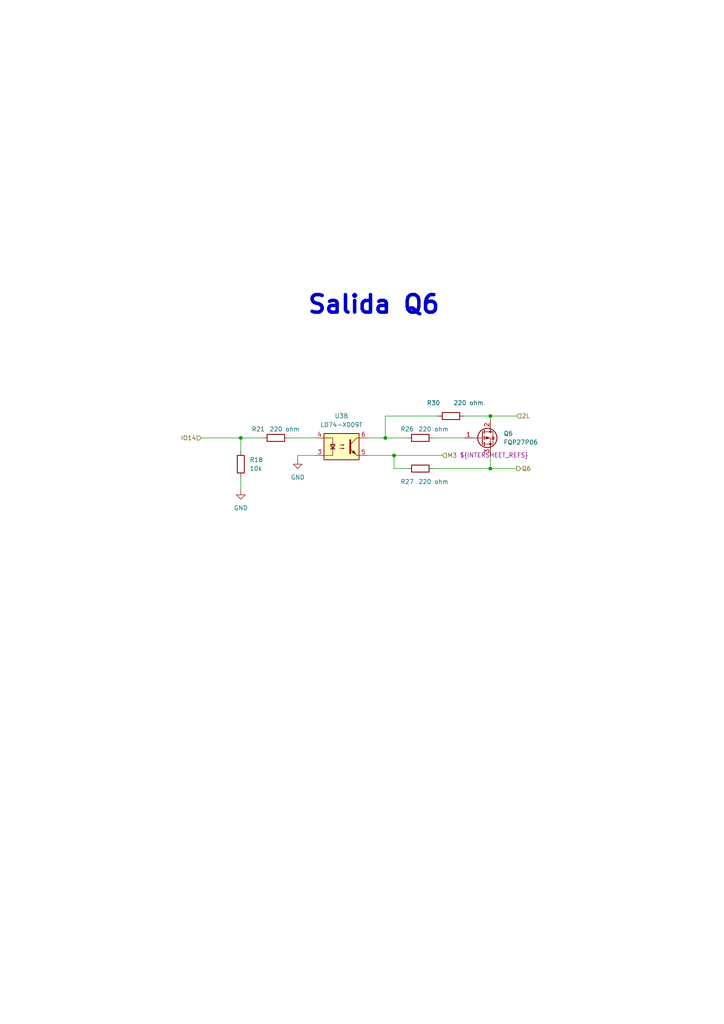
<source format=kicad_sch>
(kicad_sch (version 20221004) (generator eeschema)
  (paper "A4" portrait)
  (title_block (title "Salida 24 Vdc") (date "2022-10-05") (rev "José Luis Laica"))
  (lib_symbols
    (symbol "Device:R" (pin_numbers hide) (pin_names (offset 0))
      (property "Reference" "R" (at 2.032 0 90))
      (property "Value" "R" (at 0 0 90))
      (symbol "R_0_1"
        (rectangle (start -1.016 -2.54) (end 1.016 2.54) (stroke (width 0.254)))
      )
      (symbol "R_1_1"
        (pin passive line (at 0 3.81 270) (length 1.27) (name "~") (number "1"))
        (pin passive line (at 0 -3.81 90) (length 1.27) (name "~") (number "2"))
      )
    )
    (symbol "Isolator:ILD74" (pin_names (offset 1.016))
      (property "Reference" "U" (at -5.08 5.08 0))
      (property "Value" "ILD74" (at 0 5.08 0))
      (symbol "ILD74_0_1"
        (rectangle (start -5.08 3.81) (end 5.08 -3.81) (stroke (width 0.254)) (fill (type background)))
        (polyline (pts (xy -3.175 -0.635) (xy -1.905 -0.635)) (stroke (width 0.254)))
        (polyline (pts (xy 2.54 0.635) (xy 4.445 2.54)))
        (polyline (pts (xy 4.445 -2.54) (xy 2.54 -0.635)) (fill (type outline)))
        (polyline (pts (xy 4.445 -2.54) (xy 5.08 -2.54)))
        (polyline (pts (xy 4.445 2.54) (xy 5.08 2.54)))
        (polyline (pts (xy -5.08 2.54) (xy -2.54 2.54) (xy -2.54 0.635)))
        (polyline (pts (xy 2.54 1.905) (xy 2.54 -1.905) (xy 2.54 -1.905)) (stroke (width 0.508)))
        (polyline (pts (xy -2.54 -0.635) (xy -3.175 0.635) (xy -1.905 0.635) (xy -2.54 -0.635)) (stroke (width 0.254)))
        (polyline (pts (xy -2.54 -0.635) (xy -2.54 1.27) (xy -2.54 -2.54) (xy -5.08 -2.54)))
        (polyline (pts (xy -0.508 -0.508) (xy 0.762 -0.508) (xy 0.381 -0.635) (xy 0.381 -0.381) (xy 0.762 -0.508)))
        (polyline (pts (xy -0.508 0.508) (xy 0.762 0.508) (xy 0.381 0.381) (xy 0.381 0.635) (xy 0.762 0.508)))
        (polyline (pts (xy 3.048 -1.651) (xy 3.556 -1.143) (xy 4.064 -2.159) (xy 3.048 -1.651) (xy 3.048 -1.651)) (fill (type outline)))
      )
      (symbol "ILD74_1_1"
        (pin passive line (at -7.62 2.54 0) (length 2.54) (name "~") (number "1"))
        (pin passive line (at -7.62 -2.54 0) (length 2.54) (name "~") (number "2"))
        (pin passive line (at 7.62 2.54 180) (length 2.54) (name "~") (number "7"))
        (pin passive line (at 7.62 -2.54 180) (length 2.54) (name "~") (number "8"))
      )
      (symbol "ILD74_2_1"
        (pin passive line (at -7.62 -2.54 0) (length 2.54) (name "~") (number "3"))
        (pin passive line (at -7.62 2.54 0) (length 2.54) (name "~") (number "4"))
        (pin passive line (at 7.62 -2.54 180) (length 2.54) (name "~") (number "5"))
        (pin passive line (at 7.62 2.54 180) (length 2.54) (name "~") (number "6"))
      )
    )
    (symbol "Transistor_FET:FQP27P06" (pin_names hide)
      (property "Reference" "Q" (at 5.08 1.905 0))
      (property "Value" "FQP27P06" (at 5.08 0 0))
      (symbol "FQP27P06_0_1"
        (polyline (pts (xy 0.254 0) (xy -2.54 0)))
        (polyline (pts (xy 0.254 1.905) (xy 0.254 -1.905)) (stroke (width 0.254)))
        (polyline (pts (xy 0.762 -1.27) (xy 0.762 -2.286)) (stroke (width 0.254)))
        (polyline (pts (xy 0.762 0.508) (xy 0.762 -0.508)) (stroke (width 0.254)))
        (polyline (pts (xy 0.762 2.286) (xy 0.762 1.27)) (stroke (width 0.254)))
        (polyline (pts (xy 2.54 2.54) (xy 2.54 1.778)))
        (polyline (pts (xy 2.54 -2.54) (xy 2.54 0) (xy 0.762 0)))
        (polyline (pts (xy 0.762 1.778) (xy 3.302 1.778) (xy 3.302 -1.778) (xy 0.762 -1.778)))
        (polyline (pts (xy 2.286 0) (xy 1.27 0.381) (xy 1.27 -0.381) (xy 2.286 0)) (fill (type outline)))
        (polyline (pts (xy 2.794 -0.508) (xy 2.921 -0.381) (xy 3.683 -0.381) (xy 3.81 -0.254)))
        (polyline (pts (xy 3.302 -0.381) (xy 2.921 0.254) (xy 3.683 0.254) (xy 3.302 -0.381)))
        (circle (center 1.651 0) (radius 2.794) (stroke (width 0.254)))
        (circle (center 2.54 -1.778) (radius 0.254) (fill (type outline)))
        (circle (center 2.54 1.778) (radius 0.254) (fill (type outline)))
      )
      (symbol "FQP27P06_1_1"
        (pin input line (at -5.08 0 0) (length 2.54) (name "G") (number "1"))
        (pin passive line (at 2.54 5.08 270) (length 2.54) (name "D") (number "2"))
        (pin passive line (at 2.54 -5.08 90) (length 2.54) (name "S") (number "3"))
      )
    )
    (symbol "power:GND" (power) (pin_names (offset 0))
      (property "Value" "GND" (at 0 -3.81 0))
      (symbol "GND_0_1"
        (polyline (pts (xy 0 0) (xy 0 -1.27) (xy 1.27 -1.27) (xy 0 -2.54) (xy -1.27 -1.27) (xy 0 -1.27)))
      )
      (symbol "GND_1_1"
        (pin power_in line (at 0 0 270) (length 0) hide (name "GND") (number "1"))
      )
    )
  )
  (junction (at 142.24 120.65))
  (junction (at 111.76 127))
  (junction (at 69.85 127))
  (junction (at 142.24 135.89))
  (junction (at 114.3 132.08))
  (wire (pts (xy 142.24 120.65) (xy 149.86 120.65)))
  (wire (pts (xy 91.44 132.08) (xy 86.36 132.08)))
  (wire (pts (xy 69.85 127) (xy 76.2 127)))
  (wire (pts (xy 114.3 132.08) (xy 128.27 132.08)))
  (wire (pts (xy 142.24 135.89) (xy 149.86 135.89)))
  (wire (pts (xy 69.85 138.43) (xy 69.85 142.24)))
  (wire (pts (xy 111.76 120.65) (xy 111.76 127)))
  (wire (pts (xy 118.11 135.89) (xy 114.3 135.89)))
  (wire (pts (xy 142.24 135.89) (xy 142.24 132.08)))
  (wire (pts (xy 125.73 135.89) (xy 142.24 135.89)))
  (wire (pts (xy 127 120.65) (xy 111.76 120.65)))
  (wire (pts (xy 58.42 127) (xy 69.85 127)))
  (wire (pts (xy 83.82 127) (xy 91.44 127)))
  (wire (pts (xy 114.3 135.89) (xy 114.3 132.08)))
  (wire (pts (xy 106.68 127) (xy 111.76 127)))
  (wire (pts (xy 134.62 120.65) (xy 142.24 120.65)))
  (wire (pts (xy 111.76 127) (xy 118.11 127)))
  (wire (pts (xy 69.85 127) (xy 69.85 130.81)))
  (wire (pts (xy 142.24 120.65) (xy 142.24 121.92)))
  (wire (pts (xy 86.36 132.08) (xy 86.36 133.35)))
  (wire (pts (xy 125.73 127) (xy 134.62 127)))
  (wire (pts (xy 114.3 132.08) (xy 106.68 132.08)))
  (text "Salida Q6" (at 88.9 91.44 0) (effects (font (size 5.08 5.08) (thickness 1.016) bold) (justify left bottom)))
  (hierarchical_label "IO14" (shape input) (at 58.42 127 180))
  (hierarchical_label "M3" (shape input) (at 128.27 132.08 0) (property "Intersheet References" "${INTERSHEET_REFS}" (at 133.3441 132.0006 0) (effects (justify left))))
  (hierarchical_label "Q6" (shape output) (at 149.86 135.89 0))
  (hierarchical_label "2L" (shape input) (at 149.86 120.65 0))
  (symbol (lib_id "Device:R") (at 80.01 127 90) (unit 1)
    (property "Reference" "R21" (at 74.93 124.46 90))
    (property "Value" "220 ohm" (at 82.55 124.46 90))
    (property "Footprint" "Resistor_SMD:R_0603_1608Metric" (effects hide))
  )
  (symbol (lib_id "Isolator:ILD74") (at 99.06 129.54 0) (unit 2)
    (property "Reference" "U3" (at 99.06 120.65 0))
    (property "Value" "LD74-X009T" (at 99.06 123.19 0))
    (property "Footprint" "Package_DIP:DIP-8_W8.89mm_SMDSocket_LongPads" (effects hide))
    (property "Datasheet" "https://www.vishay.com/docs/83640/ild74.pdf" (effects hide))
    (property "Datasheet" "https://www.vishay.com/docs/83640/ild74.pdf" (effects hide))
  )
  (symbol (lib_id "Device:R") (at 121.92 135.89 90) (unit 1)
    (property "Reference" "R27" (at 118.11 139.7 90))
    (property "Value" "220 ohm" (at 125.73 139.7 90))
    (property "Footprint" "Resistor_SMD:R_0603_1608Metric" (effects hide))
  )
  (symbol (lib_id "Device:R") (at 121.92 127 90) (unit 1)
    (property "Reference" "R26" (at 118.11 124.46 90))
    (property "Value" "220 ohm" (at 125.73 124.46 90))
    (property "Footprint" "Resistor_SMD:R_0603_1608Metric" (effects hide))
  )
  (symbol (lib_id "power:GND") (at 69.85 142.24 0) (unit 1)
    (property "Reference" "#PWR013" (effects hide))
    (property "Value" "GND" (at 69.85 147.32 0))
  )
  (symbol (lib_id "Device:R") (at 69.85 134.62 0) (unit 1)
    (property "Reference" "R18" (at 72.39 133.3499 0) (effects (justify left)))
    (property "Value" "10k" (at 72.39 135.8899 0) (effects (justify left)))
    (property "Footprint" "Resistor_SMD:R_0603_1608Metric" (effects hide))
  )
  (symbol (lib_id "power:GND") (at 86.36 133.35 0) (unit 1)
    (property "Reference" "#PWR016" (effects hide))
    (property "Value" "GND" (at 86.36 138.43 0))
  )
  (symbol (lib_id "Device:R") (at 130.81 120.65 90) (unit 1)
    (property "Reference" "R30" (at 125.73 116.84 90))
    (property "Value" "220 ohm" (at 135.89 116.84 90))
    (property "Footprint" "Resistor_SMD:R_0603_1608Metric" (effects hide))
  )
  (symbol (lib_id "Transistor_FET:FQP27P06") (at 139.7 127 0) (unit 1)
    (property "Reference" "Q6" (at 146.05 125.7299 0) (effects (justify left)))
    (property "Value" "FQP27P06" (at 146.05 128.2699 0) (effects (justify left)))
    (property "Footprint" "Package_TO_SOT_SMD:TO-252-3_TabPin2" (effects hide))
    (property "Datasheet" "https://www.onsemi.com/pub/Collateral/FQP27P06-D.PDF" (effects hide))
  )
)
</source>
